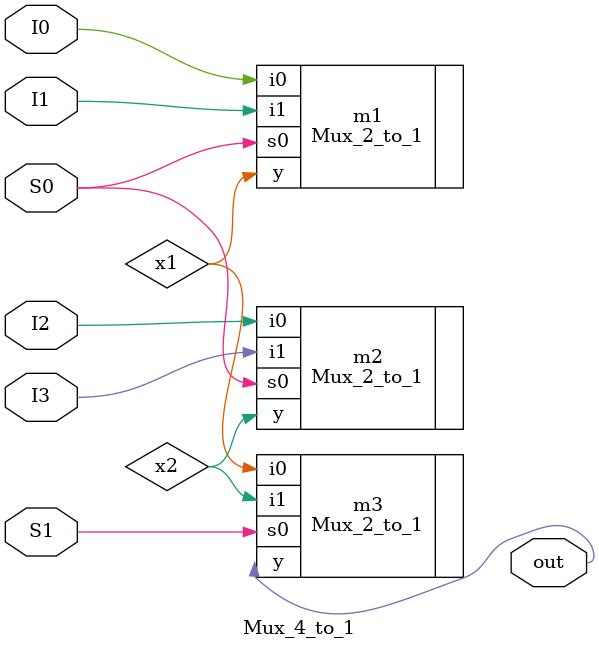
<source format=v>
/*
Instructions
-------------------
Students are not allowed to make any changes in the Module declaration.
This file is used to design 4:1 Multiplexer.

Recommended Quartus Version : 19.1
The submitted project file must be 19.1 compatible as the evaluation will be done on Quartus Prime Lite 19.1.

Warning: The error due to compatibility will not be entertained.
			Do not make any changes to Test_Bench_Vector.txt file. Violating will result into Disqualification.
-------------------
*/

//4:1 MUX design
//Inputs  : I3(MSB), I2, I1, I0(LSB) and Select Lines : S1(MSB), S0(LSB)
//Output  : out

//////////////////DO NOT MAKE ANY CHANGES IN MODULE//////////////////
module Mux_4_to_1(
	input		I3,       //INPUT I3(MSB)    
	input		I2,		 //INPUT I2
	input		I1,       //INPUT I1
	input		I0,		 //INPUT I0
	input		S1,       //SELECT INPUT S1(MSB)
	input		S0,		 //SELECT INPUT S0(LSB)	 
	output	out			 //OUTPUT out			 
);
////////////////////////WRITE YOUR CODE FROM HERE//////////////////// 


wire x1,x2;
Mux_2_to_1 m1(.i1(I1),.i0(I0),.s0(S0),.y(x1));
Mux_2_to_1 m2(.i1(I3),.i0(I2),.s0(S0),.y(x2));
Mux_2_to_1 m3(.i1(x2),.i0(x1),.s0(S1),.y(out));
	
	

////////////////////////YOUR CODE ENDS HERE//////////////////////////
endmodule
///////////////////////////////MODULE ENDS///////////////////////////
</source>
